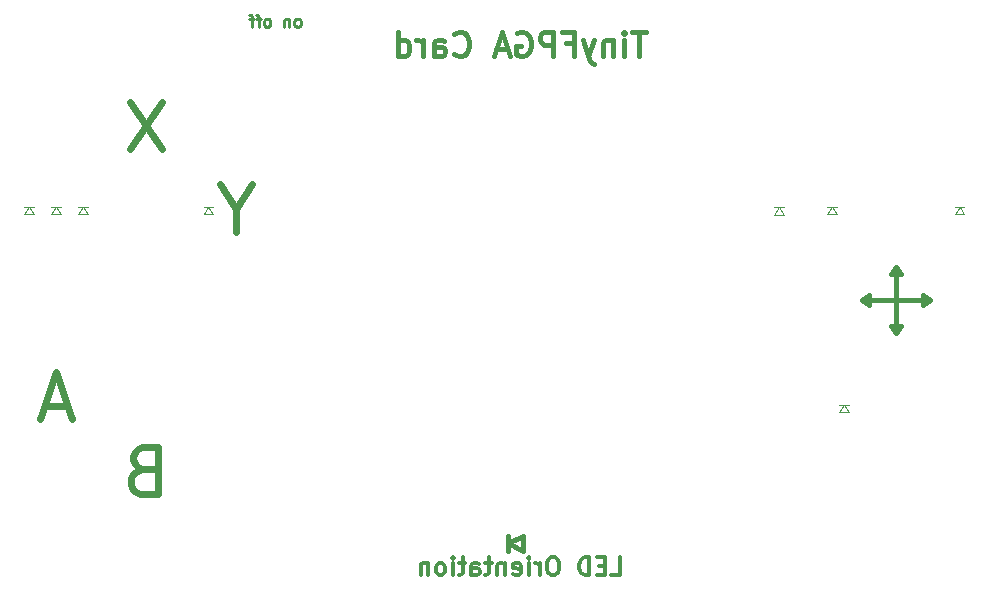
<source format=gbr>
G04 #@! TF.FileFunction,Legend,Bot*
%FSLAX46Y46*%
G04 Gerber Fmt 4.6, Leading zero omitted, Abs format (unit mm)*
G04 Created by KiCad (PCBNEW 4.0.7) date 04/25/18 19:18:30*
%MOMM*%
%LPD*%
G01*
G04 APERTURE LIST*
%ADD10C,0.150000*%
%ADD11C,0.250000*%
%ADD12C,0.300000*%
%ADD13C,0.400000*%
%ADD14C,0.600000*%
%ADD15C,0.100000*%
G04 APERTURE END LIST*
D10*
D11*
X124642858Y-78452381D02*
X124738096Y-78404762D01*
X124785715Y-78357143D01*
X124833334Y-78261905D01*
X124833334Y-77976190D01*
X124785715Y-77880952D01*
X124738096Y-77833333D01*
X124642858Y-77785714D01*
X124500000Y-77785714D01*
X124404762Y-77833333D01*
X124357143Y-77880952D01*
X124309524Y-77976190D01*
X124309524Y-78261905D01*
X124357143Y-78357143D01*
X124404762Y-78404762D01*
X124500000Y-78452381D01*
X124642858Y-78452381D01*
X124023810Y-77785714D02*
X123642858Y-77785714D01*
X123880953Y-78452381D02*
X123880953Y-77595238D01*
X123833334Y-77500000D01*
X123738096Y-77452381D01*
X123642858Y-77452381D01*
X123452381Y-77785714D02*
X123071429Y-77785714D01*
X123309524Y-78452381D02*
X123309524Y-77595238D01*
X123261905Y-77500000D01*
X123166667Y-77452381D01*
X123071429Y-77452381D01*
X127223810Y-78452381D02*
X127319048Y-78404762D01*
X127366667Y-78357143D01*
X127414286Y-78261905D01*
X127414286Y-77976190D01*
X127366667Y-77880952D01*
X127319048Y-77833333D01*
X127223810Y-77785714D01*
X127080952Y-77785714D01*
X126985714Y-77833333D01*
X126938095Y-77880952D01*
X126890476Y-77976190D01*
X126890476Y-78261905D01*
X126938095Y-78357143D01*
X126985714Y-78404762D01*
X127080952Y-78452381D01*
X127223810Y-78452381D01*
X126461905Y-77785714D02*
X126461905Y-78452381D01*
X126461905Y-77880952D02*
X126414286Y-77833333D01*
X126319048Y-77785714D01*
X126176190Y-77785714D01*
X126080952Y-77833333D01*
X126033333Y-77928571D01*
X126033333Y-78452381D01*
D12*
X153714286Y-124878571D02*
X154428572Y-124878571D01*
X154428572Y-123378571D01*
X153214286Y-124092857D02*
X152714286Y-124092857D01*
X152500000Y-124878571D02*
X153214286Y-124878571D01*
X153214286Y-123378571D01*
X152500000Y-123378571D01*
X151857143Y-124878571D02*
X151857143Y-123378571D01*
X151500000Y-123378571D01*
X151285715Y-123450000D01*
X151142857Y-123592857D01*
X151071429Y-123735714D01*
X151000000Y-124021429D01*
X151000000Y-124235714D01*
X151071429Y-124521429D01*
X151142857Y-124664286D01*
X151285715Y-124807143D01*
X151500000Y-124878571D01*
X151857143Y-124878571D01*
X148928572Y-123378571D02*
X148642858Y-123378571D01*
X148500000Y-123450000D01*
X148357143Y-123592857D01*
X148285715Y-123878571D01*
X148285715Y-124378571D01*
X148357143Y-124664286D01*
X148500000Y-124807143D01*
X148642858Y-124878571D01*
X148928572Y-124878571D01*
X149071429Y-124807143D01*
X149214286Y-124664286D01*
X149285715Y-124378571D01*
X149285715Y-123878571D01*
X149214286Y-123592857D01*
X149071429Y-123450000D01*
X148928572Y-123378571D01*
X147642857Y-124878571D02*
X147642857Y-123878571D01*
X147642857Y-124164286D02*
X147571429Y-124021429D01*
X147500000Y-123950000D01*
X147357143Y-123878571D01*
X147214286Y-123878571D01*
X146714286Y-124878571D02*
X146714286Y-123878571D01*
X146714286Y-123378571D02*
X146785715Y-123450000D01*
X146714286Y-123521429D01*
X146642858Y-123450000D01*
X146714286Y-123378571D01*
X146714286Y-123521429D01*
X145428572Y-124807143D02*
X145571429Y-124878571D01*
X145857143Y-124878571D01*
X146000000Y-124807143D01*
X146071429Y-124664286D01*
X146071429Y-124092857D01*
X146000000Y-123950000D01*
X145857143Y-123878571D01*
X145571429Y-123878571D01*
X145428572Y-123950000D01*
X145357143Y-124092857D01*
X145357143Y-124235714D01*
X146071429Y-124378571D01*
X144714286Y-123878571D02*
X144714286Y-124878571D01*
X144714286Y-124021429D02*
X144642858Y-123950000D01*
X144500000Y-123878571D01*
X144285715Y-123878571D01*
X144142858Y-123950000D01*
X144071429Y-124092857D01*
X144071429Y-124878571D01*
X143571429Y-123878571D02*
X143000000Y-123878571D01*
X143357143Y-123378571D02*
X143357143Y-124664286D01*
X143285715Y-124807143D01*
X143142857Y-124878571D01*
X143000000Y-124878571D01*
X141857143Y-124878571D02*
X141857143Y-124092857D01*
X141928572Y-123950000D01*
X142071429Y-123878571D01*
X142357143Y-123878571D01*
X142500000Y-123950000D01*
X141857143Y-124807143D02*
X142000000Y-124878571D01*
X142357143Y-124878571D01*
X142500000Y-124807143D01*
X142571429Y-124664286D01*
X142571429Y-124521429D01*
X142500000Y-124378571D01*
X142357143Y-124307143D01*
X142000000Y-124307143D01*
X141857143Y-124235714D01*
X141357143Y-123878571D02*
X140785714Y-123878571D01*
X141142857Y-123378571D02*
X141142857Y-124664286D01*
X141071429Y-124807143D01*
X140928571Y-124878571D01*
X140785714Y-124878571D01*
X140285714Y-124878571D02*
X140285714Y-123878571D01*
X140285714Y-123378571D02*
X140357143Y-123450000D01*
X140285714Y-123521429D01*
X140214286Y-123450000D01*
X140285714Y-123378571D01*
X140285714Y-123521429D01*
X139357142Y-124878571D02*
X139500000Y-124807143D01*
X139571428Y-124735714D01*
X139642857Y-124592857D01*
X139642857Y-124164286D01*
X139571428Y-124021429D01*
X139500000Y-123950000D01*
X139357142Y-123878571D01*
X139142857Y-123878571D01*
X139000000Y-123950000D01*
X138928571Y-124021429D01*
X138857142Y-124164286D01*
X138857142Y-124592857D01*
X138928571Y-124735714D01*
X139000000Y-124807143D01*
X139142857Y-124878571D01*
X139357142Y-124878571D01*
X138214285Y-123878571D02*
X138214285Y-124878571D01*
X138214285Y-124021429D02*
X138142857Y-123950000D01*
X137999999Y-123878571D01*
X137785714Y-123878571D01*
X137642857Y-123950000D01*
X137571428Y-124092857D01*
X137571428Y-124878571D01*
D13*
X174900000Y-101600000D02*
X175500000Y-102000000D01*
X174900000Y-101600000D02*
X175500000Y-101200000D01*
X175500000Y-101200000D02*
X175500000Y-102000000D01*
X180700000Y-101600000D02*
X180100000Y-101200000D01*
X180700000Y-101600000D02*
X180100000Y-102000000D01*
X180100000Y-102000000D02*
X180100000Y-101200000D01*
X177800000Y-104400000D02*
X178200000Y-103800000D01*
X177800000Y-104400000D02*
X177400000Y-103800000D01*
X177400000Y-103800000D02*
X178200000Y-103800000D01*
X178200000Y-99400000D02*
X177400000Y-99400000D01*
X177800000Y-98800000D02*
X178200000Y-99400000D01*
X177800000Y-98800000D02*
X177400000Y-99400000D01*
X177800000Y-98800000D02*
X177800000Y-104400000D01*
X180700000Y-101600000D02*
X174900000Y-101600000D01*
X156619049Y-78904762D02*
X155476192Y-78904762D01*
X156047620Y-80904762D02*
X156047620Y-78904762D01*
X154809525Y-80904762D02*
X154809525Y-79571429D01*
X154809525Y-78904762D02*
X154904763Y-79000000D01*
X154809525Y-79095238D01*
X154714286Y-79000000D01*
X154809525Y-78904762D01*
X154809525Y-79095238D01*
X153857144Y-79571429D02*
X153857144Y-80904762D01*
X153857144Y-79761905D02*
X153761905Y-79666667D01*
X153571429Y-79571429D01*
X153285715Y-79571429D01*
X153095239Y-79666667D01*
X153000001Y-79857143D01*
X153000001Y-80904762D01*
X152238096Y-79571429D02*
X151761905Y-80904762D01*
X151285715Y-79571429D02*
X151761905Y-80904762D01*
X151952381Y-81380952D01*
X152047620Y-81476190D01*
X152238096Y-81571429D01*
X149857143Y-79857143D02*
X150523810Y-79857143D01*
X150523810Y-80904762D02*
X150523810Y-78904762D01*
X149571429Y-78904762D01*
X148809524Y-80904762D02*
X148809524Y-78904762D01*
X148047619Y-78904762D01*
X147857143Y-79000000D01*
X147761904Y-79095238D01*
X147666666Y-79285714D01*
X147666666Y-79571429D01*
X147761904Y-79761905D01*
X147857143Y-79857143D01*
X148047619Y-79952381D01*
X148809524Y-79952381D01*
X145761904Y-79000000D02*
X145952381Y-78904762D01*
X146238095Y-78904762D01*
X146523809Y-79000000D01*
X146714285Y-79190476D01*
X146809524Y-79380952D01*
X146904762Y-79761905D01*
X146904762Y-80047619D01*
X146809524Y-80428571D01*
X146714285Y-80619048D01*
X146523809Y-80809524D01*
X146238095Y-80904762D01*
X146047619Y-80904762D01*
X145761904Y-80809524D01*
X145666666Y-80714286D01*
X145666666Y-80047619D01*
X146047619Y-80047619D01*
X144904762Y-80333333D02*
X143952381Y-80333333D01*
X145095238Y-80904762D02*
X144428571Y-78904762D01*
X143761904Y-80904762D01*
X140428570Y-80714286D02*
X140523808Y-80809524D01*
X140809523Y-80904762D01*
X140999999Y-80904762D01*
X141285713Y-80809524D01*
X141476189Y-80619048D01*
X141571428Y-80428571D01*
X141666666Y-80047619D01*
X141666666Y-79761905D01*
X141571428Y-79380952D01*
X141476189Y-79190476D01*
X141285713Y-79000000D01*
X140999999Y-78904762D01*
X140809523Y-78904762D01*
X140523808Y-79000000D01*
X140428570Y-79095238D01*
X138714285Y-80904762D02*
X138714285Y-79857143D01*
X138809523Y-79666667D01*
X138999999Y-79571429D01*
X139380951Y-79571429D01*
X139571428Y-79666667D01*
X138714285Y-80809524D02*
X138904761Y-80904762D01*
X139380951Y-80904762D01*
X139571428Y-80809524D01*
X139666666Y-80619048D01*
X139666666Y-80428571D01*
X139571428Y-80238095D01*
X139380951Y-80142857D01*
X138904761Y-80142857D01*
X138714285Y-80047619D01*
X137761904Y-80904762D02*
X137761904Y-79571429D01*
X137761904Y-79952381D02*
X137666665Y-79761905D01*
X137571427Y-79666667D01*
X137380951Y-79571429D01*
X137190475Y-79571429D01*
X135666666Y-80904762D02*
X135666666Y-78904762D01*
X135666666Y-80809524D02*
X135857142Y-80904762D01*
X136238094Y-80904762D01*
X136428570Y-80809524D01*
X136523809Y-80714286D01*
X136619047Y-80523810D01*
X136619047Y-79952381D01*
X136523809Y-79761905D01*
X136428570Y-79666667D01*
X136238094Y-79571429D01*
X135857142Y-79571429D01*
X135666666Y-79666667D01*
X146200000Y-122800000D02*
X145000000Y-122200000D01*
X146200000Y-121600000D02*
X146200000Y-122800000D01*
X145000000Y-122200000D02*
X146200000Y-121600000D01*
X145000000Y-121600000D02*
X145000000Y-122800000D01*
D14*
X107632380Y-110521667D02*
X105727618Y-110521667D01*
X108013333Y-111664524D02*
X106679999Y-107664524D01*
X105346666Y-111664524D01*
X121919999Y-93884762D02*
X121919999Y-95789524D01*
X123253333Y-91789524D02*
X121919999Y-93884762D01*
X120586666Y-91789524D01*
X114014286Y-115919286D02*
X113442857Y-116109762D01*
X113252381Y-116300238D01*
X113061905Y-116681190D01*
X113061905Y-117252619D01*
X113252381Y-117633571D01*
X113442857Y-117824048D01*
X113823810Y-118014524D01*
X115347619Y-118014524D01*
X115347619Y-114014524D01*
X114014286Y-114014524D01*
X113633333Y-114205000D01*
X113442857Y-114395476D01*
X113252381Y-114776429D01*
X113252381Y-115157381D01*
X113442857Y-115538333D01*
X113633333Y-115728810D01*
X114014286Y-115919286D01*
X115347619Y-115919286D01*
X115633333Y-84804524D02*
X112966667Y-88804524D01*
X112966667Y-84804524D02*
X115633333Y-88804524D01*
D15*
X106300000Y-93700000D02*
X107100000Y-93700000D01*
X107100000Y-94300000D02*
X106300000Y-94300000D01*
X106700000Y-93700000D02*
X107100000Y-94300000D01*
X106300000Y-94300000D02*
X106700000Y-93700000D01*
X104000000Y-93700000D02*
X104800000Y-93700000D01*
X104800000Y-94300000D02*
X104000000Y-94300000D01*
X104400000Y-93700000D02*
X104800000Y-94300000D01*
X104000000Y-94300000D02*
X104400000Y-93700000D01*
X119200000Y-93700000D02*
X120000000Y-93700000D01*
X120000000Y-94300000D02*
X119200000Y-94300000D01*
X119600000Y-93700000D02*
X120000000Y-94300000D01*
X119200000Y-94300000D02*
X119600000Y-93700000D01*
X108600000Y-93700000D02*
X109400000Y-93700000D01*
X109400000Y-94300000D02*
X108600000Y-94300000D01*
X109000000Y-93700000D02*
X109400000Y-94300000D01*
X108600000Y-94300000D02*
X109000000Y-93700000D01*
X173000000Y-110500000D02*
X173800000Y-110500000D01*
X173800000Y-111100000D02*
X173000000Y-111100000D01*
X173400000Y-110500000D02*
X173800000Y-111100000D01*
X173000000Y-111100000D02*
X173400000Y-110500000D01*
X167500000Y-93750000D02*
X168300000Y-93750000D01*
X168300000Y-94350000D02*
X167500000Y-94350000D01*
X167900000Y-93750000D02*
X168300000Y-94350000D01*
X167500000Y-94350000D02*
X167900000Y-93750000D01*
X182800000Y-93700000D02*
X183600000Y-93700000D01*
X183600000Y-94300000D02*
X182800000Y-94300000D01*
X183200000Y-93700000D02*
X183600000Y-94300000D01*
X182800000Y-94300000D02*
X183200000Y-93700000D01*
X172000000Y-93700000D02*
X172800000Y-93700000D01*
X172800000Y-94300000D02*
X172000000Y-94300000D01*
X172400000Y-93700000D02*
X172800000Y-94300000D01*
X172000000Y-94300000D02*
X172400000Y-93700000D01*
M02*

</source>
